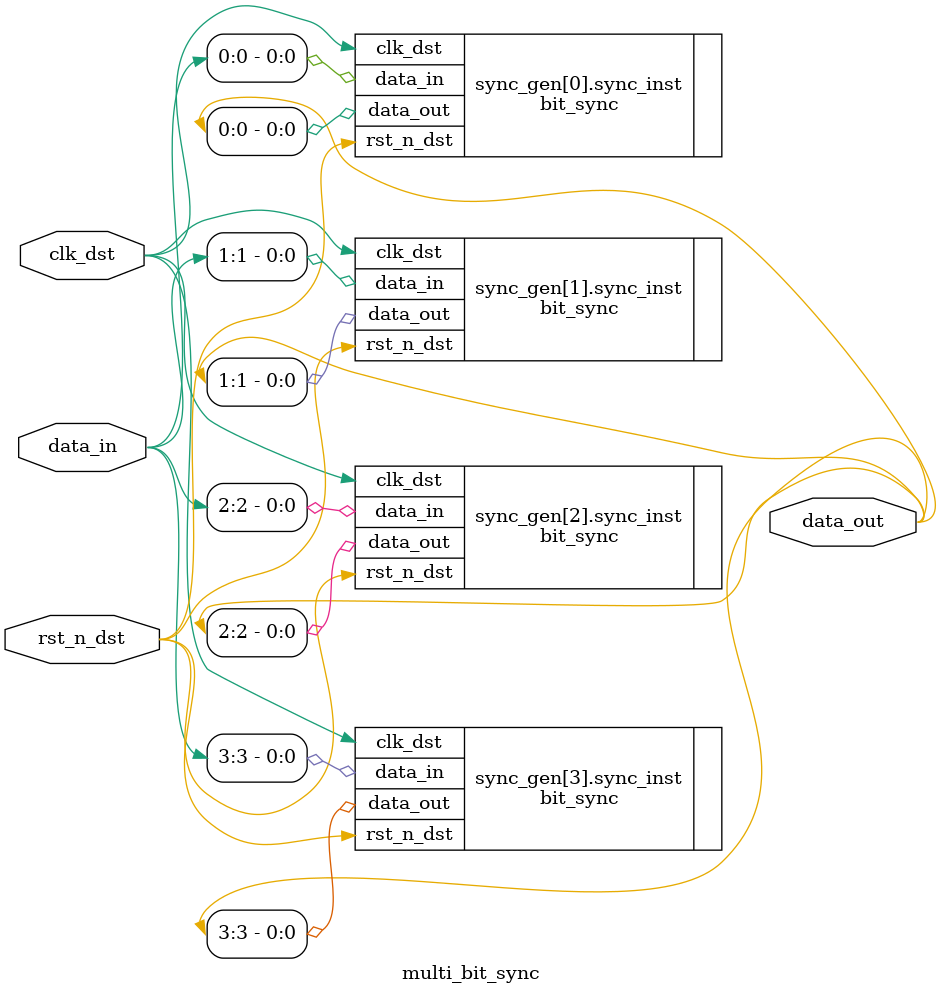
<source format=sv>
/*
 * Multi-Bit Synchronizer
 *
 * Synchronizes multiple independent single-bit signals from one clock
 * domain to another. Uses multiple instances of bit synchronizers.
 *
 * IMPORTANT: This is only safe for independent bits where each bit can
 * change independently without correlation. For multi-bit buses where
 * bits change together (like counters), use gray_sync.sv instead.
 *
 * Parameters:
 *   DATA_WIDTH - Number of bits to synchronize (default: 4)
 *   STAGES     - Number of synchronizer stages (default: 2, min: 2)
 *
 * Use Cases:
 *   - Multiple status flags (tx_empty, tx_full, etc.)
 *   - Independent control signals
 *   - NOT for multi-bit counters or buses
 */

module multi_bit_sync #(
    parameter int DATA_WIDTH = 4,
    parameter int STAGES = 2
) (
    input  logic                    clk_dst,
    input  logic                    rst_n_dst,
    input  logic [DATA_WIDTH-1:0]   data_in,
    output logic [DATA_WIDTH-1:0]   data_out
);

    // Generate one synchronizer per bit
    genvar i;
    generate
        for (i = 0; i < DATA_WIDTH; i++) begin : sync_gen
            bit_sync #(
                .STAGES (STAGES)
            ) sync_inst (
                .clk_dst    (clk_dst),
                .rst_n_dst  (rst_n_dst),
                .data_in    (data_in[i]),
                .data_out   (data_out[i])
            );
        end
    endgenerate

    //--------------------------------------------------------------------------
    // Assertions
    //--------------------------------------------------------------------------

    // synthesis translate_off
    initial begin
        assert (STAGES >= 2) else
            $error("multi_bit_sync: STAGES must be at least 2");
    end
    // synthesis translate_on

endmodule

</source>
